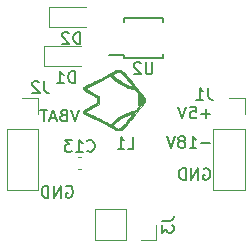
<source format=gbr>
%TF.GenerationSoftware,KiCad,Pcbnew,5.99.0+really5.1.10+dfsg1-1*%
%TF.CreationDate,2021-11-14T15:35:52+01:00*%
%TF.ProjectId,GBPOCKET_DCDC,4742504f-434b-4455-945f-444344432e6b,Rev1*%
%TF.SameCoordinates,PX7102aa0PY5f5e100*%
%TF.FileFunction,Legend,Bot*%
%TF.FilePolarity,Positive*%
%FSLAX46Y46*%
G04 Gerber Fmt 4.6, Leading zero omitted, Abs format (unit mm)*
G04 Created by KiCad (PCBNEW 5.99.0+really5.1.10+dfsg1-1) date 2021-11-14 15:35:52*
%MOMM*%
%LPD*%
G01*
G04 APERTURE LIST*
%ADD10C,0.150000*%
%ADD11C,0.010000*%
%ADD12C,0.120000*%
G04 APERTURE END LIST*
D10*
X17164404Y10578572D02*
X16402500Y10578572D01*
X16783452Y10197620D02*
X16783452Y10959524D01*
X15450119Y11197620D02*
X15926309Y11197620D01*
X15973928Y10721429D01*
X15926309Y10769048D01*
X15831071Y10816667D01*
X15592976Y10816667D01*
X15497738Y10769048D01*
X15450119Y10721429D01*
X15402500Y10626191D01*
X15402500Y10388096D01*
X15450119Y10292858D01*
X15497738Y10245239D01*
X15592976Y10197620D01*
X15831071Y10197620D01*
X15926309Y10245239D01*
X15973928Y10292858D01*
X15116785Y11197620D02*
X14783452Y10197620D01*
X14450119Y11197620D01*
X17164404Y8078572D02*
X16402500Y8078572D01*
X15402500Y7697620D02*
X15973928Y7697620D01*
X15688214Y7697620D02*
X15688214Y8697620D01*
X15783452Y8554762D01*
X15878690Y8459524D01*
X15973928Y8411905D01*
X14831071Y8269048D02*
X14926309Y8316667D01*
X14973928Y8364286D01*
X15021547Y8459524D01*
X15021547Y8507143D01*
X14973928Y8602381D01*
X14926309Y8650000D01*
X14831071Y8697620D01*
X14640595Y8697620D01*
X14545357Y8650000D01*
X14497738Y8602381D01*
X14450119Y8507143D01*
X14450119Y8459524D01*
X14497738Y8364286D01*
X14545357Y8316667D01*
X14640595Y8269048D01*
X14831071Y8269048D01*
X14926309Y8221429D01*
X14973928Y8173810D01*
X15021547Y8078572D01*
X15021547Y7888096D01*
X14973928Y7792858D01*
X14926309Y7745239D01*
X14831071Y7697620D01*
X14640595Y7697620D01*
X14545357Y7745239D01*
X14497738Y7792858D01*
X14450119Y7888096D01*
X14450119Y8078572D01*
X14497738Y8173810D01*
X14545357Y8221429D01*
X14640595Y8269048D01*
X14164404Y8697620D02*
X13831071Y7697620D01*
X13497738Y8697620D01*
X16590595Y5950000D02*
X16685833Y5997620D01*
X16828690Y5997620D01*
X16971547Y5950000D01*
X17066785Y5854762D01*
X17114404Y5759524D01*
X17162023Y5569048D01*
X17162023Y5426191D01*
X17114404Y5235715D01*
X17066785Y5140477D01*
X16971547Y5045239D01*
X16828690Y4997620D01*
X16733452Y4997620D01*
X16590595Y5045239D01*
X16542976Y5092858D01*
X16542976Y5426191D01*
X16733452Y5426191D01*
X16114404Y4997620D02*
X16114404Y5997620D01*
X15542976Y4997620D01*
X15542976Y5997620D01*
X15066785Y4997620D02*
X15066785Y5997620D01*
X14828690Y5997620D01*
X14685833Y5950000D01*
X14590595Y5854762D01*
X14542976Y5759524D01*
X14495357Y5569048D01*
X14495357Y5426191D01*
X14542976Y5235715D01*
X14590595Y5140477D01*
X14685833Y5045239D01*
X14828690Y4997620D01*
X15066785Y4997620D01*
X4961904Y4450000D02*
X5057142Y4497620D01*
X5200000Y4497620D01*
X5342857Y4450000D01*
X5438095Y4354762D01*
X5485714Y4259524D01*
X5533333Y4069048D01*
X5533333Y3926191D01*
X5485714Y3735715D01*
X5438095Y3640477D01*
X5342857Y3545239D01*
X5200000Y3497620D01*
X5104761Y3497620D01*
X4961904Y3545239D01*
X4914285Y3592858D01*
X4914285Y3926191D01*
X5104761Y3926191D01*
X4485714Y3497620D02*
X4485714Y4497620D01*
X3914285Y3497620D01*
X3914285Y4497620D01*
X3438095Y3497620D02*
X3438095Y4497620D01*
X3200000Y4497620D01*
X3057142Y4450000D01*
X2961904Y4354762D01*
X2914285Y4259524D01*
X2866666Y4069048D01*
X2866666Y3926191D01*
X2914285Y3735715D01*
X2961904Y3640477D01*
X3057142Y3545239D01*
X3200000Y3497620D01*
X3438095Y3497620D01*
X6042857Y10947620D02*
X5709523Y9947620D01*
X5376190Y10947620D01*
X4709523Y10471429D02*
X4566666Y10423810D01*
X4519047Y10376191D01*
X4471428Y10280953D01*
X4471428Y10138096D01*
X4519047Y10042858D01*
X4566666Y9995239D01*
X4661904Y9947620D01*
X5042857Y9947620D01*
X5042857Y10947620D01*
X4709523Y10947620D01*
X4614285Y10900000D01*
X4566666Y10852381D01*
X4519047Y10757143D01*
X4519047Y10661905D01*
X4566666Y10566667D01*
X4614285Y10519048D01*
X4709523Y10471429D01*
X5042857Y10471429D01*
X4090476Y10233334D02*
X3614285Y10233334D01*
X4185714Y9947620D02*
X3852380Y10947620D01*
X3519047Y9947620D01*
X3328571Y10947620D02*
X2757142Y10947620D01*
X3042857Y9947620D02*
X3042857Y10947620D01*
D11*
%TO.C,MARK1*%
G36*
X6426219Y12615636D02*
G01*
X6454776Y12593371D01*
X6494820Y12566581D01*
X6538891Y12540179D01*
X6550573Y12533722D01*
X6576624Y12519423D01*
X6618928Y12495961D01*
X6675295Y12464559D01*
X6743535Y12426443D01*
X6821460Y12382836D01*
X6906878Y12334963D01*
X6997602Y12284048D01*
X7091440Y12231315D01*
X7097646Y12227825D01*
X7560667Y11967432D01*
X7560667Y11532568D01*
X7097646Y11272175D01*
X7003679Y11219366D01*
X6912685Y11168294D01*
X6826851Y11120184D01*
X6748369Y11076260D01*
X6679427Y11037746D01*
X6622215Y11005867D01*
X6578922Y10981847D01*
X6551739Y10966911D01*
X6550573Y10966278D01*
X6506695Y10940829D01*
X6464821Y10913659D01*
X6432409Y10889680D01*
X6426219Y10884365D01*
X6385917Y10847954D01*
X6385917Y10661748D01*
X6428639Y10630329D01*
X6446772Y10619515D01*
X6482005Y10600826D01*
X6532235Y10575298D01*
X6595363Y10543965D01*
X6669286Y10507861D01*
X6751903Y10468021D01*
X6841113Y10425479D01*
X6928702Y10384140D01*
X7084583Y10310923D01*
X7223210Y10245731D01*
X7346488Y10187591D01*
X7456324Y10135528D01*
X7554623Y10088570D01*
X7643289Y10045744D01*
X7724229Y10006077D01*
X7799347Y9968596D01*
X7870550Y9932327D01*
X7939742Y9896298D01*
X8008830Y9859535D01*
X8079718Y9821066D01*
X8154313Y9779917D01*
X8234518Y9735116D01*
X8322241Y9685688D01*
X8419386Y9630662D01*
X8527859Y9569064D01*
X8555500Y9553359D01*
X9206375Y9183542D01*
X9324352Y9180012D01*
X9379398Y9178932D01*
X9419998Y9180094D01*
X9452826Y9184313D01*
X9484555Y9192402D01*
X9517415Y9203567D01*
X9626189Y9249471D01*
X9725673Y9306356D01*
X9821427Y9377726D01*
X9887952Y9436984D01*
X9902980Y9453193D01*
X9930335Y9484892D01*
X9969151Y9531019D01*
X10018563Y9590512D01*
X10077704Y9662310D01*
X10145708Y9745350D01*
X10221711Y9838570D01*
X10304845Y9940908D01*
X10394246Y10051302D01*
X10489046Y10168691D01*
X10588382Y10292011D01*
X10691386Y10420201D01*
X10797193Y10552199D01*
X10800764Y10556660D01*
X11645833Y11612278D01*
X11645044Y11752577D01*
X11644255Y11892875D01*
X10810315Y12933629D01*
X10705272Y13064624D01*
X10603155Y13191778D01*
X10504826Y13314030D01*
X10411144Y13430316D01*
X10322971Y13539576D01*
X10241166Y13640748D01*
X10166590Y13732769D01*
X10100104Y13814578D01*
X10042568Y13885112D01*
X9994844Y13943311D01*
X9957791Y13988111D01*
X9932270Y14018451D01*
X9919458Y14032945D01*
X9873535Y14076400D01*
X9818039Y14123137D01*
X9758743Y14168757D01*
X9701417Y14208860D01*
X9651835Y14239044D01*
X9643111Y14243628D01*
X9605975Y14260872D01*
X9559369Y14280379D01*
X9517161Y14296525D01*
X9480857Y14308723D01*
X9449349Y14316335D01*
X9415969Y14320171D01*
X9374052Y14321042D01*
X9356399Y14320668D01*
X9356399Y14168070D01*
X9401650Y14156596D01*
X9456425Y14134206D01*
X9517723Y14102635D01*
X9582544Y14063617D01*
X9647886Y14018889D01*
X9710749Y13970184D01*
X9768131Y13919238D01*
X9790380Y13897066D01*
X9803272Y13882390D01*
X9827443Y13853584D01*
X9861528Y13812342D01*
X9904160Y13760358D01*
X9953974Y13699325D01*
X10009603Y13630937D01*
X10069681Y13556888D01*
X10132842Y13478872D01*
X10197720Y13398582D01*
X10262949Y13317711D01*
X10327163Y13237955D01*
X10388996Y13161005D01*
X10447081Y13088557D01*
X10500054Y13022304D01*
X10546546Y12963939D01*
X10585193Y12915156D01*
X10614629Y12877649D01*
X10633486Y12853111D01*
X10640400Y12843237D01*
X10640409Y12843176D01*
X10631015Y12845594D01*
X10605247Y12853751D01*
X10566730Y12866464D01*
X10519094Y12882547D01*
X10504171Y12887645D01*
X10321984Y12955490D01*
X10132040Y13036300D01*
X9939371Y13127489D01*
X9749012Y13226473D01*
X9565995Y13330666D01*
X9395356Y13437482D01*
X9281462Y13515654D01*
X9226903Y13557555D01*
X9167398Y13607955D01*
X9106799Y13663144D01*
X9048958Y13719411D01*
X8997729Y13773048D01*
X8956964Y13820344D01*
X8936858Y13847482D01*
X8915962Y13879890D01*
X8900747Y13905619D01*
X8894225Y13919543D01*
X8894167Y13920084D01*
X8902913Y13927365D01*
X8927064Y13943060D01*
X8963484Y13965366D01*
X9009037Y13992482D01*
X9060588Y14022605D01*
X9115003Y14053936D01*
X9169146Y14084671D01*
X9219881Y14113010D01*
X9264075Y14137151D01*
X9298591Y14155292D01*
X9320295Y14165633D01*
X9323674Y14166892D01*
X9356399Y14168070D01*
X9356399Y14320668D01*
X9324352Y14319988D01*
X9206375Y14316458D01*
X8729573Y14045547D01*
X8729573Y13831945D01*
X8739257Y13824268D01*
X8754089Y13801900D01*
X8770916Y13769622D01*
X8771468Y13768445D01*
X8787084Y13739010D01*
X8807561Y13708760D01*
X8835517Y13674535D01*
X8873571Y13633174D01*
X8924339Y13581517D01*
X8935582Y13570333D01*
X9040020Y13473522D01*
X9154886Y13380408D01*
X9282349Y13289519D01*
X9424580Y13199385D01*
X9583748Y13108533D01*
X9728958Y13032196D01*
X9901904Y12946841D01*
X10061877Y12873563D01*
X10212277Y12811026D01*
X10356507Y12757896D01*
X10497967Y12712835D01*
X10639175Y12674727D01*
X10694181Y12660911D01*
X10742257Y12648396D01*
X10779466Y12638239D01*
X10801870Y12631501D01*
X10806148Y12629827D01*
X10816129Y12619898D01*
X10837159Y12595885D01*
X10867138Y12560291D01*
X10903968Y12515621D01*
X10945551Y12464378D01*
X10962558Y12443208D01*
X11013358Y12379084D01*
X11051430Y12329260D01*
X11077928Y12292061D01*
X11094004Y12265809D01*
X11100812Y12248827D01*
X11100860Y12242125D01*
X11095196Y12221160D01*
X11086194Y12187411D01*
X11076855Y12152167D01*
X11071649Y12129674D01*
X11067525Y12104251D01*
X11064369Y12073291D01*
X11062067Y12034187D01*
X11060506Y11984333D01*
X11059573Y11921123D01*
X11059155Y11841948D01*
X11059137Y11744708D01*
X11059348Y11649817D01*
X11059802Y11573343D01*
X11060654Y11512535D01*
X11062057Y11464643D01*
X11064165Y11426919D01*
X11067134Y11396610D01*
X11071116Y11370969D01*
X11076267Y11347244D01*
X11082740Y11322685D01*
X11082811Y11322429D01*
X11093081Y11280309D01*
X11098358Y11247408D01*
X11097896Y11228701D01*
X11097110Y11227179D01*
X11067994Y11189706D01*
X11032772Y11145165D01*
X10993740Y11096370D01*
X10953197Y11046141D01*
X10913438Y10997292D01*
X10876759Y10952642D01*
X10845459Y10915007D01*
X10821832Y10887204D01*
X10808177Y10872050D01*
X10806043Y10870173D01*
X10791916Y10865389D01*
X10761147Y10856694D01*
X10717671Y10845147D01*
X10665421Y10831806D01*
X10639175Y10825273D01*
X10632864Y10823569D01*
X10632864Y10648014D01*
X10632702Y10646683D01*
X10624405Y10636249D01*
X10604059Y10610756D01*
X10572837Y10571673D01*
X10531915Y10520468D01*
X10482465Y10458609D01*
X10425662Y10387567D01*
X10362680Y10308809D01*
X10294694Y10223804D01*
X10222876Y10134021D01*
X10220259Y10130750D01*
X10129221Y10017130D01*
X10050022Y9918788D01*
X9981440Y9834346D01*
X9922246Y9762431D01*
X9871216Y9701667D01*
X9827124Y9650678D01*
X9788745Y9608090D01*
X9754853Y9572526D01*
X9724221Y9542611D01*
X9695626Y9516971D01*
X9667840Y9494230D01*
X9639638Y9473012D01*
X9624417Y9462134D01*
X9564520Y9423095D01*
X9503627Y9389018D01*
X9445366Y9361461D01*
X9393362Y9341978D01*
X9351242Y9332126D01*
X9323674Y9333108D01*
X9306159Y9340917D01*
X9274946Y9357036D01*
X9233169Y9379664D01*
X9183965Y9407000D01*
X9130467Y9437240D01*
X9075811Y9468585D01*
X9023133Y9499233D01*
X8975567Y9527381D01*
X8936249Y9551229D01*
X8908313Y9568974D01*
X8894895Y9578816D01*
X8894167Y9579917D01*
X8899666Y9592397D01*
X8914157Y9617187D01*
X8934625Y9649164D01*
X8936858Y9652519D01*
X8968097Y9693234D01*
X9012474Y9742865D01*
X9066135Y9797700D01*
X9125228Y9854031D01*
X9185902Y9908148D01*
X9244303Y9956342D01*
X9281462Y9984347D01*
X9440582Y10091904D01*
X9615768Y10198650D01*
X9801993Y10302004D01*
X9994230Y10399386D01*
X10187453Y10488213D01*
X10376634Y10565906D01*
X10505464Y10612798D01*
X10554151Y10628825D01*
X10593774Y10640612D01*
X10621092Y10647296D01*
X10632864Y10648014D01*
X10632864Y10823569D01*
X10497098Y10786910D01*
X10355632Y10741804D01*
X10211374Y10688619D01*
X10060925Y10626021D01*
X9900883Y10552673D01*
X9728958Y10467804D01*
X9554226Y10375258D01*
X9398216Y10284641D01*
X9258759Y10194480D01*
X9133685Y10103304D01*
X9020824Y10009643D01*
X8935582Y9929667D01*
X8882115Y9875708D01*
X8841858Y9832643D01*
X8812194Y9797310D01*
X8790503Y9766551D01*
X8774169Y9737205D01*
X8771468Y9731556D01*
X8754629Y9699032D01*
X8739680Y9676262D01*
X8729777Y9668025D01*
X8729573Y9668056D01*
X8718166Y9673637D01*
X8690436Y9688548D01*
X8648453Y9711639D01*
X8594285Y9741757D01*
X8529999Y9777754D01*
X8457663Y9818477D01*
X8379346Y9862777D01*
X8364448Y9871226D01*
X8272187Y9923169D01*
X8185150Y9971220D01*
X8100230Y10016964D01*
X8014317Y10061990D01*
X7924304Y10107885D01*
X7827083Y10156234D01*
X7719545Y10208625D01*
X7598583Y10266645D01*
X7476000Y10324832D01*
X7372556Y10373709D01*
X7271619Y10421320D01*
X7175412Y10466621D01*
X7086154Y10508571D01*
X7006067Y10546128D01*
X6937372Y10578250D01*
X6882290Y10603893D01*
X6843041Y10622017D01*
X6830417Y10627767D01*
X6775500Y10652969D01*
X6717866Y10680078D01*
X6665963Y10705093D01*
X6640601Y10717678D01*
X6561910Y10757408D01*
X6587684Y10776968D01*
X6605586Y10788303D01*
X6638584Y10807123D01*
X6682892Y10831345D01*
X6734724Y10858890D01*
X6772208Y10878391D01*
X6825649Y10906240D01*
X6872868Y10931396D01*
X6910471Y10952006D01*
X6935066Y10966221D01*
X6942841Y10971481D01*
X6954369Y10978917D01*
X6982393Y10995523D01*
X7024922Y11020160D01*
X7079966Y11051691D01*
X7145533Y11088977D01*
X7219633Y11130881D01*
X7300275Y11176263D01*
X7342004Y11199667D01*
X7729285Y11416625D01*
X7729642Y11476963D01*
X7726844Y11523737D01*
X7719326Y11574833D01*
X7714125Y11598249D01*
X7703598Y11658806D01*
X7699058Y11730677D01*
X7700503Y11804872D01*
X7707934Y11872402D01*
X7714125Y11901751D01*
X7723326Y11948766D01*
X7728873Y11999788D01*
X7729642Y12023037D01*
X7729285Y12083375D01*
X7342004Y12300333D01*
X7258861Y12347017D01*
X7181273Y12390786D01*
X7111233Y12430500D01*
X7050731Y12465022D01*
X7001757Y12493214D01*
X6966304Y12513938D01*
X6946361Y12526056D01*
X6942841Y12528519D01*
X6929824Y12536927D01*
X6901333Y12553075D01*
X6860762Y12575114D01*
X6811503Y12601190D01*
X6772208Y12621610D01*
X6717429Y12650223D01*
X6667608Y12676925D01*
X6626531Y12699633D01*
X6597985Y12716268D01*
X6587684Y12723032D01*
X6561910Y12742592D01*
X6640601Y12782322D01*
X6684806Y12804072D01*
X6739926Y12830372D01*
X6797511Y12857218D01*
X6830417Y12872233D01*
X6861225Y12886353D01*
X6908939Y12908496D01*
X6971339Y12937620D01*
X7046203Y12972682D01*
X7131310Y13012641D01*
X7224439Y13056455D01*
X7323369Y13103081D01*
X7425880Y13151476D01*
X7476000Y13175169D01*
X7611661Y13239593D01*
X7731108Y13296965D01*
X7837447Y13348870D01*
X7933789Y13396895D01*
X8023240Y13442628D01*
X8108908Y13487655D01*
X8193903Y13533563D01*
X8281331Y13581938D01*
X8364448Y13628774D01*
X8443641Y13673606D01*
X8517232Y13715074D01*
X8583154Y13752027D01*
X8639340Y13783313D01*
X8683720Y13807783D01*
X8714227Y13824286D01*
X8728794Y13831670D01*
X8729573Y13831945D01*
X8729573Y14045547D01*
X8555500Y13946641D01*
X8444056Y13883339D01*
X8344393Y13826840D01*
X8254604Y13776170D01*
X8172786Y13730358D01*
X8097031Y13688430D01*
X8025435Y13649412D01*
X7956092Y13612332D01*
X7887097Y13576217D01*
X7816544Y13540093D01*
X7742528Y13502988D01*
X7663144Y13463928D01*
X7576486Y13421941D01*
X7480648Y13376053D01*
X7373725Y13325291D01*
X7253812Y13268682D01*
X7119004Y13205253D01*
X6967394Y13134031D01*
X6928702Y13115861D01*
X6835225Y13071728D01*
X6746375Y13029328D01*
X6664253Y12989697D01*
X6590960Y12953868D01*
X6528598Y12922877D01*
X6479268Y12897757D01*
X6445071Y12879543D01*
X6428639Y12869671D01*
X6385917Y12838252D01*
X6385917Y12652047D01*
X6426219Y12615636D01*
G37*
X6426219Y12615636D02*
X6454776Y12593371D01*
X6494820Y12566581D01*
X6538891Y12540179D01*
X6550573Y12533722D01*
X6576624Y12519423D01*
X6618928Y12495961D01*
X6675295Y12464559D01*
X6743535Y12426443D01*
X6821460Y12382836D01*
X6906878Y12334963D01*
X6997602Y12284048D01*
X7091440Y12231315D01*
X7097646Y12227825D01*
X7560667Y11967432D01*
X7560667Y11532568D01*
X7097646Y11272175D01*
X7003679Y11219366D01*
X6912685Y11168294D01*
X6826851Y11120184D01*
X6748369Y11076260D01*
X6679427Y11037746D01*
X6622215Y11005867D01*
X6578922Y10981847D01*
X6551739Y10966911D01*
X6550573Y10966278D01*
X6506695Y10940829D01*
X6464821Y10913659D01*
X6432409Y10889680D01*
X6426219Y10884365D01*
X6385917Y10847954D01*
X6385917Y10661748D01*
X6428639Y10630329D01*
X6446772Y10619515D01*
X6482005Y10600826D01*
X6532235Y10575298D01*
X6595363Y10543965D01*
X6669286Y10507861D01*
X6751903Y10468021D01*
X6841113Y10425479D01*
X6928702Y10384140D01*
X7084583Y10310923D01*
X7223210Y10245731D01*
X7346488Y10187591D01*
X7456324Y10135528D01*
X7554623Y10088570D01*
X7643289Y10045744D01*
X7724229Y10006077D01*
X7799347Y9968596D01*
X7870550Y9932327D01*
X7939742Y9896298D01*
X8008830Y9859535D01*
X8079718Y9821066D01*
X8154313Y9779917D01*
X8234518Y9735116D01*
X8322241Y9685688D01*
X8419386Y9630662D01*
X8527859Y9569064D01*
X8555500Y9553359D01*
X9206375Y9183542D01*
X9324352Y9180012D01*
X9379398Y9178932D01*
X9419998Y9180094D01*
X9452826Y9184313D01*
X9484555Y9192402D01*
X9517415Y9203567D01*
X9626189Y9249471D01*
X9725673Y9306356D01*
X9821427Y9377726D01*
X9887952Y9436984D01*
X9902980Y9453193D01*
X9930335Y9484892D01*
X9969151Y9531019D01*
X10018563Y9590512D01*
X10077704Y9662310D01*
X10145708Y9745350D01*
X10221711Y9838570D01*
X10304845Y9940908D01*
X10394246Y10051302D01*
X10489046Y10168691D01*
X10588382Y10292011D01*
X10691386Y10420201D01*
X10797193Y10552199D01*
X10800764Y10556660D01*
X11645833Y11612278D01*
X11645044Y11752577D01*
X11644255Y11892875D01*
X10810315Y12933629D01*
X10705272Y13064624D01*
X10603155Y13191778D01*
X10504826Y13314030D01*
X10411144Y13430316D01*
X10322971Y13539576D01*
X10241166Y13640748D01*
X10166590Y13732769D01*
X10100104Y13814578D01*
X10042568Y13885112D01*
X9994844Y13943311D01*
X9957791Y13988111D01*
X9932270Y14018451D01*
X9919458Y14032945D01*
X9873535Y14076400D01*
X9818039Y14123137D01*
X9758743Y14168757D01*
X9701417Y14208860D01*
X9651835Y14239044D01*
X9643111Y14243628D01*
X9605975Y14260872D01*
X9559369Y14280379D01*
X9517161Y14296525D01*
X9480857Y14308723D01*
X9449349Y14316335D01*
X9415969Y14320171D01*
X9374052Y14321042D01*
X9356399Y14320668D01*
X9356399Y14168070D01*
X9401650Y14156596D01*
X9456425Y14134206D01*
X9517723Y14102635D01*
X9582544Y14063617D01*
X9647886Y14018889D01*
X9710749Y13970184D01*
X9768131Y13919238D01*
X9790380Y13897066D01*
X9803272Y13882390D01*
X9827443Y13853584D01*
X9861528Y13812342D01*
X9904160Y13760358D01*
X9953974Y13699325D01*
X10009603Y13630937D01*
X10069681Y13556888D01*
X10132842Y13478872D01*
X10197720Y13398582D01*
X10262949Y13317711D01*
X10327163Y13237955D01*
X10388996Y13161005D01*
X10447081Y13088557D01*
X10500054Y13022304D01*
X10546546Y12963939D01*
X10585193Y12915156D01*
X10614629Y12877649D01*
X10633486Y12853111D01*
X10640400Y12843237D01*
X10640409Y12843176D01*
X10631015Y12845594D01*
X10605247Y12853751D01*
X10566730Y12866464D01*
X10519094Y12882547D01*
X10504171Y12887645D01*
X10321984Y12955490D01*
X10132040Y13036300D01*
X9939371Y13127489D01*
X9749012Y13226473D01*
X9565995Y13330666D01*
X9395356Y13437482D01*
X9281462Y13515654D01*
X9226903Y13557555D01*
X9167398Y13607955D01*
X9106799Y13663144D01*
X9048958Y13719411D01*
X8997729Y13773048D01*
X8956964Y13820344D01*
X8936858Y13847482D01*
X8915962Y13879890D01*
X8900747Y13905619D01*
X8894225Y13919543D01*
X8894167Y13920084D01*
X8902913Y13927365D01*
X8927064Y13943060D01*
X8963484Y13965366D01*
X9009037Y13992482D01*
X9060588Y14022605D01*
X9115003Y14053936D01*
X9169146Y14084671D01*
X9219881Y14113010D01*
X9264075Y14137151D01*
X9298591Y14155292D01*
X9320295Y14165633D01*
X9323674Y14166892D01*
X9356399Y14168070D01*
X9356399Y14320668D01*
X9324352Y14319988D01*
X9206375Y14316458D01*
X8729573Y14045547D01*
X8729573Y13831945D01*
X8739257Y13824268D01*
X8754089Y13801900D01*
X8770916Y13769622D01*
X8771468Y13768445D01*
X8787084Y13739010D01*
X8807561Y13708760D01*
X8835517Y13674535D01*
X8873571Y13633174D01*
X8924339Y13581517D01*
X8935582Y13570333D01*
X9040020Y13473522D01*
X9154886Y13380408D01*
X9282349Y13289519D01*
X9424580Y13199385D01*
X9583748Y13108533D01*
X9728958Y13032196D01*
X9901904Y12946841D01*
X10061877Y12873563D01*
X10212277Y12811026D01*
X10356507Y12757896D01*
X10497967Y12712835D01*
X10639175Y12674727D01*
X10694181Y12660911D01*
X10742257Y12648396D01*
X10779466Y12638239D01*
X10801870Y12631501D01*
X10806148Y12629827D01*
X10816129Y12619898D01*
X10837159Y12595885D01*
X10867138Y12560291D01*
X10903968Y12515621D01*
X10945551Y12464378D01*
X10962558Y12443208D01*
X11013358Y12379084D01*
X11051430Y12329260D01*
X11077928Y12292061D01*
X11094004Y12265809D01*
X11100812Y12248827D01*
X11100860Y12242125D01*
X11095196Y12221160D01*
X11086194Y12187411D01*
X11076855Y12152167D01*
X11071649Y12129674D01*
X11067525Y12104251D01*
X11064369Y12073291D01*
X11062067Y12034187D01*
X11060506Y11984333D01*
X11059573Y11921123D01*
X11059155Y11841948D01*
X11059137Y11744708D01*
X11059348Y11649817D01*
X11059802Y11573343D01*
X11060654Y11512535D01*
X11062057Y11464643D01*
X11064165Y11426919D01*
X11067134Y11396610D01*
X11071116Y11370969D01*
X11076267Y11347244D01*
X11082740Y11322685D01*
X11082811Y11322429D01*
X11093081Y11280309D01*
X11098358Y11247408D01*
X11097896Y11228701D01*
X11097110Y11227179D01*
X11067994Y11189706D01*
X11032772Y11145165D01*
X10993740Y11096370D01*
X10953197Y11046141D01*
X10913438Y10997292D01*
X10876759Y10952642D01*
X10845459Y10915007D01*
X10821832Y10887204D01*
X10808177Y10872050D01*
X10806043Y10870173D01*
X10791916Y10865389D01*
X10761147Y10856694D01*
X10717671Y10845147D01*
X10665421Y10831806D01*
X10639175Y10825273D01*
X10632864Y10823569D01*
X10632864Y10648014D01*
X10632702Y10646683D01*
X10624405Y10636249D01*
X10604059Y10610756D01*
X10572837Y10571673D01*
X10531915Y10520468D01*
X10482465Y10458609D01*
X10425662Y10387567D01*
X10362680Y10308809D01*
X10294694Y10223804D01*
X10222876Y10134021D01*
X10220259Y10130750D01*
X10129221Y10017130D01*
X10050022Y9918788D01*
X9981440Y9834346D01*
X9922246Y9762431D01*
X9871216Y9701667D01*
X9827124Y9650678D01*
X9788745Y9608090D01*
X9754853Y9572526D01*
X9724221Y9542611D01*
X9695626Y9516971D01*
X9667840Y9494230D01*
X9639638Y9473012D01*
X9624417Y9462134D01*
X9564520Y9423095D01*
X9503627Y9389018D01*
X9445366Y9361461D01*
X9393362Y9341978D01*
X9351242Y9332126D01*
X9323674Y9333108D01*
X9306159Y9340917D01*
X9274946Y9357036D01*
X9233169Y9379664D01*
X9183965Y9407000D01*
X9130467Y9437240D01*
X9075811Y9468585D01*
X9023133Y9499233D01*
X8975567Y9527381D01*
X8936249Y9551229D01*
X8908313Y9568974D01*
X8894895Y9578816D01*
X8894167Y9579917D01*
X8899666Y9592397D01*
X8914157Y9617187D01*
X8934625Y9649164D01*
X8936858Y9652519D01*
X8968097Y9693234D01*
X9012474Y9742865D01*
X9066135Y9797700D01*
X9125228Y9854031D01*
X9185902Y9908148D01*
X9244303Y9956342D01*
X9281462Y9984347D01*
X9440582Y10091904D01*
X9615768Y10198650D01*
X9801993Y10302004D01*
X9994230Y10399386D01*
X10187453Y10488213D01*
X10376634Y10565906D01*
X10505464Y10612798D01*
X10554151Y10628825D01*
X10593774Y10640612D01*
X10621092Y10647296D01*
X10632864Y10648014D01*
X10632864Y10823569D01*
X10497098Y10786910D01*
X10355632Y10741804D01*
X10211374Y10688619D01*
X10060925Y10626021D01*
X9900883Y10552673D01*
X9728958Y10467804D01*
X9554226Y10375258D01*
X9398216Y10284641D01*
X9258759Y10194480D01*
X9133685Y10103304D01*
X9020824Y10009643D01*
X8935582Y9929667D01*
X8882115Y9875708D01*
X8841858Y9832643D01*
X8812194Y9797310D01*
X8790503Y9766551D01*
X8774169Y9737205D01*
X8771468Y9731556D01*
X8754629Y9699032D01*
X8739680Y9676262D01*
X8729777Y9668025D01*
X8729573Y9668056D01*
X8718166Y9673637D01*
X8690436Y9688548D01*
X8648453Y9711639D01*
X8594285Y9741757D01*
X8529999Y9777754D01*
X8457663Y9818477D01*
X8379346Y9862777D01*
X8364448Y9871226D01*
X8272187Y9923169D01*
X8185150Y9971220D01*
X8100230Y10016964D01*
X8014317Y10061990D01*
X7924304Y10107885D01*
X7827083Y10156234D01*
X7719545Y10208625D01*
X7598583Y10266645D01*
X7476000Y10324832D01*
X7372556Y10373709D01*
X7271619Y10421320D01*
X7175412Y10466621D01*
X7086154Y10508571D01*
X7006067Y10546128D01*
X6937372Y10578250D01*
X6882290Y10603893D01*
X6843041Y10622017D01*
X6830417Y10627767D01*
X6775500Y10652969D01*
X6717866Y10680078D01*
X6665963Y10705093D01*
X6640601Y10717678D01*
X6561910Y10757408D01*
X6587684Y10776968D01*
X6605586Y10788303D01*
X6638584Y10807123D01*
X6682892Y10831345D01*
X6734724Y10858890D01*
X6772208Y10878391D01*
X6825649Y10906240D01*
X6872868Y10931396D01*
X6910471Y10952006D01*
X6935066Y10966221D01*
X6942841Y10971481D01*
X6954369Y10978917D01*
X6982393Y10995523D01*
X7024922Y11020160D01*
X7079966Y11051691D01*
X7145533Y11088977D01*
X7219633Y11130881D01*
X7300275Y11176263D01*
X7342004Y11199667D01*
X7729285Y11416625D01*
X7729642Y11476963D01*
X7726844Y11523737D01*
X7719326Y11574833D01*
X7714125Y11598249D01*
X7703598Y11658806D01*
X7699058Y11730677D01*
X7700503Y11804872D01*
X7707934Y11872402D01*
X7714125Y11901751D01*
X7723326Y11948766D01*
X7728873Y11999788D01*
X7729642Y12023037D01*
X7729285Y12083375D01*
X7342004Y12300333D01*
X7258861Y12347017D01*
X7181273Y12390786D01*
X7111233Y12430500D01*
X7050731Y12465022D01*
X7001757Y12493214D01*
X6966304Y12513938D01*
X6946361Y12526056D01*
X6942841Y12528519D01*
X6929824Y12536927D01*
X6901333Y12553075D01*
X6860762Y12575114D01*
X6811503Y12601190D01*
X6772208Y12621610D01*
X6717429Y12650223D01*
X6667608Y12676925D01*
X6626531Y12699633D01*
X6597985Y12716268D01*
X6587684Y12723032D01*
X6561910Y12742592D01*
X6640601Y12782322D01*
X6684806Y12804072D01*
X6739926Y12830372D01*
X6797511Y12857218D01*
X6830417Y12872233D01*
X6861225Y12886353D01*
X6908939Y12908496D01*
X6971339Y12937620D01*
X7046203Y12972682D01*
X7131310Y13012641D01*
X7224439Y13056455D01*
X7323369Y13103081D01*
X7425880Y13151476D01*
X7476000Y13175169D01*
X7611661Y13239593D01*
X7731108Y13296965D01*
X7837447Y13348870D01*
X7933789Y13396895D01*
X8023240Y13442628D01*
X8108908Y13487655D01*
X8193903Y13533563D01*
X8281331Y13581938D01*
X8364448Y13628774D01*
X8443641Y13673606D01*
X8517232Y13715074D01*
X8583154Y13752027D01*
X8639340Y13783313D01*
X8683720Y13807783D01*
X8714227Y13824286D01*
X8728794Y13831670D01*
X8729573Y13831945D01*
X8729573Y14045547D01*
X8555500Y13946641D01*
X8444056Y13883339D01*
X8344393Y13826840D01*
X8254604Y13776170D01*
X8172786Y13730358D01*
X8097031Y13688430D01*
X8025435Y13649412D01*
X7956092Y13612332D01*
X7887097Y13576217D01*
X7816544Y13540093D01*
X7742528Y13502988D01*
X7663144Y13463928D01*
X7576486Y13421941D01*
X7480648Y13376053D01*
X7373725Y13325291D01*
X7253812Y13268682D01*
X7119004Y13205253D01*
X6967394Y13134031D01*
X6928702Y13115861D01*
X6835225Y13071728D01*
X6746375Y13029328D01*
X6664253Y12989697D01*
X6590960Y12953868D01*
X6528598Y12922877D01*
X6479268Y12897757D01*
X6445071Y12879543D01*
X6428639Y12869671D01*
X6385917Y12838252D01*
X6385917Y12652047D01*
X6426219Y12615636D01*
D12*
%TO.C,J3*%
X7400000Y-130000D02*
X7400000Y2530000D01*
X10000000Y-130000D02*
X7400000Y-130000D01*
X10000000Y2530000D02*
X7400000Y2530000D01*
X10000000Y-130000D02*
X10000000Y2530000D01*
X11270000Y-130000D02*
X12600000Y-130000D01*
X12600000Y-130000D02*
X12600000Y1200000D01*
%TO.C,C13*%
X6246267Y6910000D02*
X5953733Y6910000D01*
X6246267Y5890000D02*
X5953733Y5890000D01*
%TO.C,J2*%
X2580000Y4170000D02*
X-80000Y4170000D01*
X2580000Y9310000D02*
X2580000Y4170000D01*
X-80000Y9310000D02*
X-80000Y4170000D01*
X2580000Y9310000D02*
X-80000Y9310000D01*
X2580000Y10580000D02*
X2580000Y11910000D01*
X2580000Y11910000D02*
X1250000Y11910000D01*
D10*
%TO.C,U2*%
X9825000Y15550000D02*
X8600000Y15550000D01*
X9825000Y18675000D02*
X13175000Y18675000D01*
X9825000Y15325000D02*
X13175000Y15325000D01*
X9825000Y18675000D02*
X9825000Y18375000D01*
X13175000Y18675000D02*
X13175000Y18375000D01*
X13175000Y15325000D02*
X13175000Y15625000D01*
X9825000Y15325000D02*
X9825000Y15550000D01*
D12*
%TO.C,J1*%
X20080000Y11910000D02*
X18750000Y11910000D01*
X20080000Y10580000D02*
X20080000Y11910000D01*
X20080000Y9310000D02*
X17420000Y9310000D01*
X17420000Y9310000D02*
X17420000Y4170000D01*
X20080000Y9310000D02*
X20080000Y4170000D01*
X20080000Y4170000D02*
X17420000Y4170000D01*
%TO.C,D2*%
X3500000Y17950000D02*
X6650000Y17950000D01*
X3500000Y19650000D02*
X6650000Y19650000D01*
X3500000Y17950000D02*
X3500000Y19650000D01*
%TO.C,D1*%
X3050000Y14650000D02*
X6200000Y14650000D01*
X3050000Y16350000D02*
X6200000Y16350000D01*
X3050000Y14650000D02*
X3050000Y16350000D01*
%TO.C,J3*%
D10*
X13052380Y1533334D02*
X13766666Y1533334D01*
X13909523Y1580953D01*
X14004761Y1676191D01*
X14052380Y1819048D01*
X14052380Y1914286D01*
X13052380Y1152381D02*
X13052380Y533334D01*
X13433333Y866667D01*
X13433333Y723810D01*
X13480952Y628572D01*
X13528571Y580953D01*
X13623809Y533334D01*
X13861904Y533334D01*
X13957142Y580953D01*
X14004761Y628572D01*
X14052380Y723810D01*
X14052380Y1009524D01*
X14004761Y1104762D01*
X13957142Y1152381D01*
%TO.C,C13*%
X6742857Y7472858D02*
X6790476Y7425239D01*
X6933333Y7377620D01*
X7028571Y7377620D01*
X7171428Y7425239D01*
X7266666Y7520477D01*
X7314285Y7615715D01*
X7361904Y7806191D01*
X7361904Y7949048D01*
X7314285Y8139524D01*
X7266666Y8234762D01*
X7171428Y8330000D01*
X7028571Y8377620D01*
X6933333Y8377620D01*
X6790476Y8330000D01*
X6742857Y8282381D01*
X5790476Y7377620D02*
X6361904Y7377620D01*
X6076190Y7377620D02*
X6076190Y8377620D01*
X6171428Y8234762D01*
X6266666Y8139524D01*
X6361904Y8091905D01*
X5457142Y8377620D02*
X4838095Y8377620D01*
X5171428Y7996667D01*
X5028571Y7996667D01*
X4933333Y7949048D01*
X4885714Y7901429D01*
X4838095Y7806191D01*
X4838095Y7568096D01*
X4885714Y7472858D01*
X4933333Y7425239D01*
X5028571Y7377620D01*
X5314285Y7377620D01*
X5409523Y7425239D01*
X5457142Y7472858D01*
%TO.C,J2*%
X3083333Y13347620D02*
X3083333Y12633334D01*
X3130952Y12490477D01*
X3226190Y12395239D01*
X3369047Y12347620D01*
X3464285Y12347620D01*
X2654761Y13252381D02*
X2607142Y13300000D01*
X2511904Y13347620D01*
X2273809Y13347620D01*
X2178571Y13300000D01*
X2130952Y13252381D01*
X2083333Y13157143D01*
X2083333Y13061905D01*
X2130952Y12919048D01*
X2702380Y12347620D01*
X2083333Y12347620D01*
%TO.C,U2*%
X12261904Y14947620D02*
X12261904Y14138096D01*
X12214285Y14042858D01*
X12166666Y13995239D01*
X12071428Y13947620D01*
X11880952Y13947620D01*
X11785714Y13995239D01*
X11738095Y14042858D01*
X11690476Y14138096D01*
X11690476Y14947620D01*
X11261904Y14852381D02*
X11214285Y14900000D01*
X11119047Y14947620D01*
X10880952Y14947620D01*
X10785714Y14900000D01*
X10738095Y14852381D01*
X10690476Y14757143D01*
X10690476Y14661905D01*
X10738095Y14519048D01*
X11309523Y13947620D01*
X10690476Y13947620D01*
%TO.C,L1*%
X10166666Y7647620D02*
X10642857Y7647620D01*
X10642857Y8647620D01*
X9309523Y7647620D02*
X9880952Y7647620D01*
X9595238Y7647620D02*
X9595238Y8647620D01*
X9690476Y8504762D01*
X9785714Y8409524D01*
X9880952Y8361905D01*
%TO.C,J1*%
X16983333Y12797620D02*
X16983333Y12083334D01*
X17030952Y11940477D01*
X17126190Y11845239D01*
X17269047Y11797620D01*
X17364285Y11797620D01*
X15983333Y11797620D02*
X16554761Y11797620D01*
X16269047Y11797620D02*
X16269047Y12797620D01*
X16364285Y12654762D01*
X16459523Y12559524D01*
X16554761Y12511905D01*
%TO.C,D2*%
X6138095Y16497620D02*
X6138095Y17497620D01*
X5900000Y17497620D01*
X5757142Y17450000D01*
X5661904Y17354762D01*
X5614285Y17259524D01*
X5566666Y17069048D01*
X5566666Y16926191D01*
X5614285Y16735715D01*
X5661904Y16640477D01*
X5757142Y16545239D01*
X5900000Y16497620D01*
X6138095Y16497620D01*
X5185714Y17402381D02*
X5138095Y17450000D01*
X5042857Y17497620D01*
X4804761Y17497620D01*
X4709523Y17450000D01*
X4661904Y17402381D01*
X4614285Y17307143D01*
X4614285Y17211905D01*
X4661904Y17069048D01*
X5233333Y16497620D01*
X4614285Y16497620D01*
%TO.C,D1*%
X5688095Y13197620D02*
X5688095Y14197620D01*
X5450000Y14197620D01*
X5307142Y14150000D01*
X5211904Y14054762D01*
X5164285Y13959524D01*
X5116666Y13769048D01*
X5116666Y13626191D01*
X5164285Y13435715D01*
X5211904Y13340477D01*
X5307142Y13245239D01*
X5450000Y13197620D01*
X5688095Y13197620D01*
X4164285Y13197620D02*
X4735714Y13197620D01*
X4450000Y13197620D02*
X4450000Y14197620D01*
X4545238Y14054762D01*
X4640476Y13959524D01*
X4735714Y13911905D01*
%TD*%
M02*

</source>
